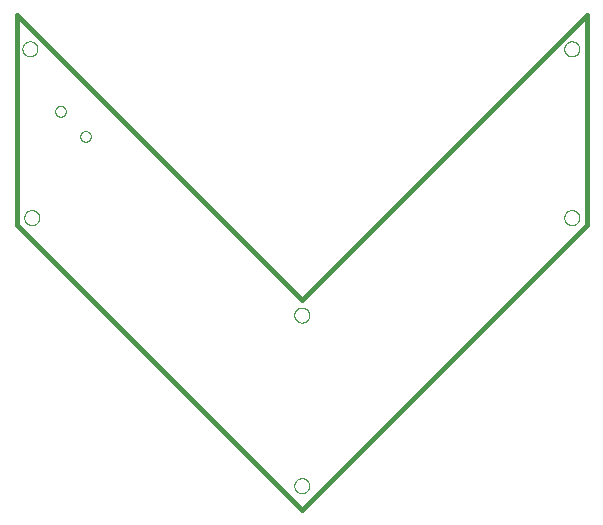
<source format=gko>
G75*
%MOIN*%
%OFA0B0*%
%FSLAX25Y25*%
%IPPOS*%
%LPD*%
%AMOC8*
5,1,8,0,0,1.08239X$1,22.5*
%
%ADD10C,0.00000*%
%ADD11C,0.01600*%
D10*
X0200833Y0081875D02*
X0200835Y0081974D01*
X0200841Y0082074D01*
X0200851Y0082173D01*
X0200865Y0082271D01*
X0200882Y0082369D01*
X0200904Y0082466D01*
X0200929Y0082562D01*
X0200958Y0082657D01*
X0200991Y0082751D01*
X0201028Y0082843D01*
X0201068Y0082934D01*
X0201112Y0083023D01*
X0201160Y0083111D01*
X0201211Y0083196D01*
X0201265Y0083279D01*
X0201322Y0083361D01*
X0201383Y0083439D01*
X0201447Y0083516D01*
X0201513Y0083589D01*
X0201583Y0083660D01*
X0201655Y0083728D01*
X0201730Y0083794D01*
X0201808Y0083856D01*
X0201888Y0083915D01*
X0201970Y0083971D01*
X0202054Y0084023D01*
X0202141Y0084072D01*
X0202229Y0084118D01*
X0202319Y0084160D01*
X0202411Y0084199D01*
X0202504Y0084234D01*
X0202598Y0084265D01*
X0202694Y0084292D01*
X0202791Y0084315D01*
X0202888Y0084335D01*
X0202986Y0084351D01*
X0203085Y0084363D01*
X0203184Y0084371D01*
X0203283Y0084375D01*
X0203383Y0084375D01*
X0203482Y0084371D01*
X0203581Y0084363D01*
X0203680Y0084351D01*
X0203778Y0084335D01*
X0203875Y0084315D01*
X0203972Y0084292D01*
X0204068Y0084265D01*
X0204162Y0084234D01*
X0204255Y0084199D01*
X0204347Y0084160D01*
X0204437Y0084118D01*
X0204525Y0084072D01*
X0204612Y0084023D01*
X0204696Y0083971D01*
X0204778Y0083915D01*
X0204858Y0083856D01*
X0204936Y0083794D01*
X0205011Y0083728D01*
X0205083Y0083660D01*
X0205153Y0083589D01*
X0205219Y0083516D01*
X0205283Y0083439D01*
X0205344Y0083361D01*
X0205401Y0083279D01*
X0205455Y0083196D01*
X0205506Y0083111D01*
X0205554Y0083023D01*
X0205598Y0082934D01*
X0205638Y0082843D01*
X0205675Y0082751D01*
X0205708Y0082657D01*
X0205737Y0082562D01*
X0205762Y0082466D01*
X0205784Y0082369D01*
X0205801Y0082271D01*
X0205815Y0082173D01*
X0205825Y0082074D01*
X0205831Y0081974D01*
X0205833Y0081875D01*
X0205831Y0081776D01*
X0205825Y0081676D01*
X0205815Y0081577D01*
X0205801Y0081479D01*
X0205784Y0081381D01*
X0205762Y0081284D01*
X0205737Y0081188D01*
X0205708Y0081093D01*
X0205675Y0080999D01*
X0205638Y0080907D01*
X0205598Y0080816D01*
X0205554Y0080727D01*
X0205506Y0080639D01*
X0205455Y0080554D01*
X0205401Y0080471D01*
X0205344Y0080389D01*
X0205283Y0080311D01*
X0205219Y0080234D01*
X0205153Y0080161D01*
X0205083Y0080090D01*
X0205011Y0080022D01*
X0204936Y0079956D01*
X0204858Y0079894D01*
X0204778Y0079835D01*
X0204696Y0079779D01*
X0204612Y0079727D01*
X0204525Y0079678D01*
X0204437Y0079632D01*
X0204347Y0079590D01*
X0204255Y0079551D01*
X0204162Y0079516D01*
X0204068Y0079485D01*
X0203972Y0079458D01*
X0203875Y0079435D01*
X0203778Y0079415D01*
X0203680Y0079399D01*
X0203581Y0079387D01*
X0203482Y0079379D01*
X0203383Y0079375D01*
X0203283Y0079375D01*
X0203184Y0079379D01*
X0203085Y0079387D01*
X0202986Y0079399D01*
X0202888Y0079415D01*
X0202791Y0079435D01*
X0202694Y0079458D01*
X0202598Y0079485D01*
X0202504Y0079516D01*
X0202411Y0079551D01*
X0202319Y0079590D01*
X0202229Y0079632D01*
X0202141Y0079678D01*
X0202054Y0079727D01*
X0201970Y0079779D01*
X0201888Y0079835D01*
X0201808Y0079894D01*
X0201730Y0079956D01*
X0201655Y0080022D01*
X0201583Y0080090D01*
X0201513Y0080161D01*
X0201447Y0080234D01*
X0201383Y0080311D01*
X0201322Y0080389D01*
X0201265Y0080471D01*
X0201211Y0080554D01*
X0201160Y0080639D01*
X0201112Y0080727D01*
X0201068Y0080816D01*
X0201028Y0080907D01*
X0200991Y0080999D01*
X0200958Y0081093D01*
X0200929Y0081188D01*
X0200904Y0081284D01*
X0200882Y0081381D01*
X0200865Y0081479D01*
X0200851Y0081577D01*
X0200841Y0081676D01*
X0200835Y0081776D01*
X0200833Y0081875D01*
X0200833Y0138750D02*
X0200835Y0138849D01*
X0200841Y0138949D01*
X0200851Y0139048D01*
X0200865Y0139146D01*
X0200882Y0139244D01*
X0200904Y0139341D01*
X0200929Y0139437D01*
X0200958Y0139532D01*
X0200991Y0139626D01*
X0201028Y0139718D01*
X0201068Y0139809D01*
X0201112Y0139898D01*
X0201160Y0139986D01*
X0201211Y0140071D01*
X0201265Y0140154D01*
X0201322Y0140236D01*
X0201383Y0140314D01*
X0201447Y0140391D01*
X0201513Y0140464D01*
X0201583Y0140535D01*
X0201655Y0140603D01*
X0201730Y0140669D01*
X0201808Y0140731D01*
X0201888Y0140790D01*
X0201970Y0140846D01*
X0202054Y0140898D01*
X0202141Y0140947D01*
X0202229Y0140993D01*
X0202319Y0141035D01*
X0202411Y0141074D01*
X0202504Y0141109D01*
X0202598Y0141140D01*
X0202694Y0141167D01*
X0202791Y0141190D01*
X0202888Y0141210D01*
X0202986Y0141226D01*
X0203085Y0141238D01*
X0203184Y0141246D01*
X0203283Y0141250D01*
X0203383Y0141250D01*
X0203482Y0141246D01*
X0203581Y0141238D01*
X0203680Y0141226D01*
X0203778Y0141210D01*
X0203875Y0141190D01*
X0203972Y0141167D01*
X0204068Y0141140D01*
X0204162Y0141109D01*
X0204255Y0141074D01*
X0204347Y0141035D01*
X0204437Y0140993D01*
X0204525Y0140947D01*
X0204612Y0140898D01*
X0204696Y0140846D01*
X0204778Y0140790D01*
X0204858Y0140731D01*
X0204936Y0140669D01*
X0205011Y0140603D01*
X0205083Y0140535D01*
X0205153Y0140464D01*
X0205219Y0140391D01*
X0205283Y0140314D01*
X0205344Y0140236D01*
X0205401Y0140154D01*
X0205455Y0140071D01*
X0205506Y0139986D01*
X0205554Y0139898D01*
X0205598Y0139809D01*
X0205638Y0139718D01*
X0205675Y0139626D01*
X0205708Y0139532D01*
X0205737Y0139437D01*
X0205762Y0139341D01*
X0205784Y0139244D01*
X0205801Y0139146D01*
X0205815Y0139048D01*
X0205825Y0138949D01*
X0205831Y0138849D01*
X0205833Y0138750D01*
X0205831Y0138651D01*
X0205825Y0138551D01*
X0205815Y0138452D01*
X0205801Y0138354D01*
X0205784Y0138256D01*
X0205762Y0138159D01*
X0205737Y0138063D01*
X0205708Y0137968D01*
X0205675Y0137874D01*
X0205638Y0137782D01*
X0205598Y0137691D01*
X0205554Y0137602D01*
X0205506Y0137514D01*
X0205455Y0137429D01*
X0205401Y0137346D01*
X0205344Y0137264D01*
X0205283Y0137186D01*
X0205219Y0137109D01*
X0205153Y0137036D01*
X0205083Y0136965D01*
X0205011Y0136897D01*
X0204936Y0136831D01*
X0204858Y0136769D01*
X0204778Y0136710D01*
X0204696Y0136654D01*
X0204612Y0136602D01*
X0204525Y0136553D01*
X0204437Y0136507D01*
X0204347Y0136465D01*
X0204255Y0136426D01*
X0204162Y0136391D01*
X0204068Y0136360D01*
X0203972Y0136333D01*
X0203875Y0136310D01*
X0203778Y0136290D01*
X0203680Y0136274D01*
X0203581Y0136262D01*
X0203482Y0136254D01*
X0203383Y0136250D01*
X0203283Y0136250D01*
X0203184Y0136254D01*
X0203085Y0136262D01*
X0202986Y0136274D01*
X0202888Y0136290D01*
X0202791Y0136310D01*
X0202694Y0136333D01*
X0202598Y0136360D01*
X0202504Y0136391D01*
X0202411Y0136426D01*
X0202319Y0136465D01*
X0202229Y0136507D01*
X0202141Y0136553D01*
X0202054Y0136602D01*
X0201970Y0136654D01*
X0201888Y0136710D01*
X0201808Y0136769D01*
X0201730Y0136831D01*
X0201655Y0136897D01*
X0201583Y0136965D01*
X0201513Y0137036D01*
X0201447Y0137109D01*
X0201383Y0137186D01*
X0201322Y0137264D01*
X0201265Y0137346D01*
X0201211Y0137429D01*
X0201160Y0137514D01*
X0201112Y0137602D01*
X0201068Y0137691D01*
X0201028Y0137782D01*
X0200991Y0137874D01*
X0200958Y0137968D01*
X0200929Y0138063D01*
X0200904Y0138159D01*
X0200882Y0138256D01*
X0200865Y0138354D01*
X0200851Y0138452D01*
X0200841Y0138551D01*
X0200835Y0138651D01*
X0200833Y0138750D01*
X0110833Y0171250D02*
X0110835Y0171349D01*
X0110841Y0171449D01*
X0110851Y0171548D01*
X0110865Y0171646D01*
X0110882Y0171744D01*
X0110904Y0171841D01*
X0110929Y0171937D01*
X0110958Y0172032D01*
X0110991Y0172126D01*
X0111028Y0172218D01*
X0111068Y0172309D01*
X0111112Y0172398D01*
X0111160Y0172486D01*
X0111211Y0172571D01*
X0111265Y0172654D01*
X0111322Y0172736D01*
X0111383Y0172814D01*
X0111447Y0172891D01*
X0111513Y0172964D01*
X0111583Y0173035D01*
X0111655Y0173103D01*
X0111730Y0173169D01*
X0111808Y0173231D01*
X0111888Y0173290D01*
X0111970Y0173346D01*
X0112054Y0173398D01*
X0112141Y0173447D01*
X0112229Y0173493D01*
X0112319Y0173535D01*
X0112411Y0173574D01*
X0112504Y0173609D01*
X0112598Y0173640D01*
X0112694Y0173667D01*
X0112791Y0173690D01*
X0112888Y0173710D01*
X0112986Y0173726D01*
X0113085Y0173738D01*
X0113184Y0173746D01*
X0113283Y0173750D01*
X0113383Y0173750D01*
X0113482Y0173746D01*
X0113581Y0173738D01*
X0113680Y0173726D01*
X0113778Y0173710D01*
X0113875Y0173690D01*
X0113972Y0173667D01*
X0114068Y0173640D01*
X0114162Y0173609D01*
X0114255Y0173574D01*
X0114347Y0173535D01*
X0114437Y0173493D01*
X0114525Y0173447D01*
X0114612Y0173398D01*
X0114696Y0173346D01*
X0114778Y0173290D01*
X0114858Y0173231D01*
X0114936Y0173169D01*
X0115011Y0173103D01*
X0115083Y0173035D01*
X0115153Y0172964D01*
X0115219Y0172891D01*
X0115283Y0172814D01*
X0115344Y0172736D01*
X0115401Y0172654D01*
X0115455Y0172571D01*
X0115506Y0172486D01*
X0115554Y0172398D01*
X0115598Y0172309D01*
X0115638Y0172218D01*
X0115675Y0172126D01*
X0115708Y0172032D01*
X0115737Y0171937D01*
X0115762Y0171841D01*
X0115784Y0171744D01*
X0115801Y0171646D01*
X0115815Y0171548D01*
X0115825Y0171449D01*
X0115831Y0171349D01*
X0115833Y0171250D01*
X0115831Y0171151D01*
X0115825Y0171051D01*
X0115815Y0170952D01*
X0115801Y0170854D01*
X0115784Y0170756D01*
X0115762Y0170659D01*
X0115737Y0170563D01*
X0115708Y0170468D01*
X0115675Y0170374D01*
X0115638Y0170282D01*
X0115598Y0170191D01*
X0115554Y0170102D01*
X0115506Y0170014D01*
X0115455Y0169929D01*
X0115401Y0169846D01*
X0115344Y0169764D01*
X0115283Y0169686D01*
X0115219Y0169609D01*
X0115153Y0169536D01*
X0115083Y0169465D01*
X0115011Y0169397D01*
X0114936Y0169331D01*
X0114858Y0169269D01*
X0114778Y0169210D01*
X0114696Y0169154D01*
X0114612Y0169102D01*
X0114525Y0169053D01*
X0114437Y0169007D01*
X0114347Y0168965D01*
X0114255Y0168926D01*
X0114162Y0168891D01*
X0114068Y0168860D01*
X0113972Y0168833D01*
X0113875Y0168810D01*
X0113778Y0168790D01*
X0113680Y0168774D01*
X0113581Y0168762D01*
X0113482Y0168754D01*
X0113383Y0168750D01*
X0113283Y0168750D01*
X0113184Y0168754D01*
X0113085Y0168762D01*
X0112986Y0168774D01*
X0112888Y0168790D01*
X0112791Y0168810D01*
X0112694Y0168833D01*
X0112598Y0168860D01*
X0112504Y0168891D01*
X0112411Y0168926D01*
X0112319Y0168965D01*
X0112229Y0169007D01*
X0112141Y0169053D01*
X0112054Y0169102D01*
X0111970Y0169154D01*
X0111888Y0169210D01*
X0111808Y0169269D01*
X0111730Y0169331D01*
X0111655Y0169397D01*
X0111583Y0169465D01*
X0111513Y0169536D01*
X0111447Y0169609D01*
X0111383Y0169686D01*
X0111322Y0169764D01*
X0111265Y0169846D01*
X0111211Y0169929D01*
X0111160Y0170014D01*
X0111112Y0170102D01*
X0111068Y0170191D01*
X0111028Y0170282D01*
X0110991Y0170374D01*
X0110958Y0170468D01*
X0110929Y0170563D01*
X0110904Y0170659D01*
X0110882Y0170756D01*
X0110865Y0170854D01*
X0110851Y0170952D01*
X0110841Y0171051D01*
X0110835Y0171151D01*
X0110833Y0171250D01*
X0129487Y0198324D02*
X0129489Y0198408D01*
X0129495Y0198491D01*
X0129505Y0198574D01*
X0129519Y0198657D01*
X0129536Y0198739D01*
X0129558Y0198820D01*
X0129583Y0198899D01*
X0129612Y0198978D01*
X0129645Y0199055D01*
X0129681Y0199130D01*
X0129721Y0199204D01*
X0129764Y0199276D01*
X0129811Y0199345D01*
X0129861Y0199412D01*
X0129914Y0199477D01*
X0129970Y0199539D01*
X0130028Y0199599D01*
X0130090Y0199656D01*
X0130154Y0199709D01*
X0130221Y0199760D01*
X0130290Y0199807D01*
X0130361Y0199852D01*
X0130434Y0199892D01*
X0130509Y0199929D01*
X0130586Y0199963D01*
X0130664Y0199993D01*
X0130743Y0200019D01*
X0130824Y0200042D01*
X0130906Y0200060D01*
X0130988Y0200075D01*
X0131071Y0200086D01*
X0131154Y0200093D01*
X0131238Y0200096D01*
X0131322Y0200095D01*
X0131405Y0200090D01*
X0131489Y0200081D01*
X0131571Y0200068D01*
X0131653Y0200052D01*
X0131734Y0200031D01*
X0131815Y0200007D01*
X0131893Y0199979D01*
X0131971Y0199947D01*
X0132047Y0199911D01*
X0132121Y0199872D01*
X0132193Y0199830D01*
X0132263Y0199784D01*
X0132331Y0199735D01*
X0132396Y0199683D01*
X0132459Y0199628D01*
X0132519Y0199570D01*
X0132577Y0199509D01*
X0132631Y0199445D01*
X0132683Y0199379D01*
X0132731Y0199311D01*
X0132776Y0199240D01*
X0132817Y0199167D01*
X0132856Y0199093D01*
X0132890Y0199017D01*
X0132921Y0198939D01*
X0132948Y0198860D01*
X0132972Y0198779D01*
X0132991Y0198698D01*
X0133007Y0198616D01*
X0133019Y0198533D01*
X0133027Y0198449D01*
X0133031Y0198366D01*
X0133031Y0198282D01*
X0133027Y0198199D01*
X0133019Y0198115D01*
X0133007Y0198032D01*
X0132991Y0197950D01*
X0132972Y0197869D01*
X0132948Y0197788D01*
X0132921Y0197709D01*
X0132890Y0197631D01*
X0132856Y0197555D01*
X0132817Y0197481D01*
X0132776Y0197408D01*
X0132731Y0197337D01*
X0132683Y0197269D01*
X0132631Y0197203D01*
X0132577Y0197139D01*
X0132519Y0197078D01*
X0132459Y0197020D01*
X0132396Y0196965D01*
X0132331Y0196913D01*
X0132263Y0196864D01*
X0132193Y0196818D01*
X0132121Y0196776D01*
X0132047Y0196737D01*
X0131971Y0196701D01*
X0131893Y0196669D01*
X0131815Y0196641D01*
X0131734Y0196617D01*
X0131653Y0196596D01*
X0131571Y0196580D01*
X0131489Y0196567D01*
X0131405Y0196558D01*
X0131322Y0196553D01*
X0131238Y0196552D01*
X0131154Y0196555D01*
X0131071Y0196562D01*
X0130988Y0196573D01*
X0130906Y0196588D01*
X0130824Y0196606D01*
X0130743Y0196629D01*
X0130664Y0196655D01*
X0130586Y0196685D01*
X0130509Y0196719D01*
X0130434Y0196756D01*
X0130361Y0196796D01*
X0130290Y0196841D01*
X0130221Y0196888D01*
X0130154Y0196939D01*
X0130090Y0196992D01*
X0130028Y0197049D01*
X0129970Y0197109D01*
X0129914Y0197171D01*
X0129861Y0197236D01*
X0129811Y0197303D01*
X0129764Y0197372D01*
X0129721Y0197444D01*
X0129681Y0197518D01*
X0129645Y0197593D01*
X0129612Y0197670D01*
X0129583Y0197749D01*
X0129558Y0197828D01*
X0129536Y0197909D01*
X0129519Y0197991D01*
X0129505Y0198074D01*
X0129495Y0198157D01*
X0129489Y0198240D01*
X0129487Y0198324D01*
X0121136Y0206676D02*
X0121138Y0206760D01*
X0121144Y0206843D01*
X0121154Y0206926D01*
X0121168Y0207009D01*
X0121185Y0207091D01*
X0121207Y0207172D01*
X0121232Y0207251D01*
X0121261Y0207330D01*
X0121294Y0207407D01*
X0121330Y0207482D01*
X0121370Y0207556D01*
X0121413Y0207628D01*
X0121460Y0207697D01*
X0121510Y0207764D01*
X0121563Y0207829D01*
X0121619Y0207891D01*
X0121677Y0207951D01*
X0121739Y0208008D01*
X0121803Y0208061D01*
X0121870Y0208112D01*
X0121939Y0208159D01*
X0122010Y0208204D01*
X0122083Y0208244D01*
X0122158Y0208281D01*
X0122235Y0208315D01*
X0122313Y0208345D01*
X0122392Y0208371D01*
X0122473Y0208394D01*
X0122555Y0208412D01*
X0122637Y0208427D01*
X0122720Y0208438D01*
X0122803Y0208445D01*
X0122887Y0208448D01*
X0122971Y0208447D01*
X0123054Y0208442D01*
X0123138Y0208433D01*
X0123220Y0208420D01*
X0123302Y0208404D01*
X0123383Y0208383D01*
X0123464Y0208359D01*
X0123542Y0208331D01*
X0123620Y0208299D01*
X0123696Y0208263D01*
X0123770Y0208224D01*
X0123842Y0208182D01*
X0123912Y0208136D01*
X0123980Y0208087D01*
X0124045Y0208035D01*
X0124108Y0207980D01*
X0124168Y0207922D01*
X0124226Y0207861D01*
X0124280Y0207797D01*
X0124332Y0207731D01*
X0124380Y0207663D01*
X0124425Y0207592D01*
X0124466Y0207519D01*
X0124505Y0207445D01*
X0124539Y0207369D01*
X0124570Y0207291D01*
X0124597Y0207212D01*
X0124621Y0207131D01*
X0124640Y0207050D01*
X0124656Y0206968D01*
X0124668Y0206885D01*
X0124676Y0206801D01*
X0124680Y0206718D01*
X0124680Y0206634D01*
X0124676Y0206551D01*
X0124668Y0206467D01*
X0124656Y0206384D01*
X0124640Y0206302D01*
X0124621Y0206221D01*
X0124597Y0206140D01*
X0124570Y0206061D01*
X0124539Y0205983D01*
X0124505Y0205907D01*
X0124466Y0205833D01*
X0124425Y0205760D01*
X0124380Y0205689D01*
X0124332Y0205621D01*
X0124280Y0205555D01*
X0124226Y0205491D01*
X0124168Y0205430D01*
X0124108Y0205372D01*
X0124045Y0205317D01*
X0123980Y0205265D01*
X0123912Y0205216D01*
X0123842Y0205170D01*
X0123770Y0205128D01*
X0123696Y0205089D01*
X0123620Y0205053D01*
X0123542Y0205021D01*
X0123464Y0204993D01*
X0123383Y0204969D01*
X0123302Y0204948D01*
X0123220Y0204932D01*
X0123138Y0204919D01*
X0123054Y0204910D01*
X0122971Y0204905D01*
X0122887Y0204904D01*
X0122803Y0204907D01*
X0122720Y0204914D01*
X0122637Y0204925D01*
X0122555Y0204940D01*
X0122473Y0204958D01*
X0122392Y0204981D01*
X0122313Y0205007D01*
X0122235Y0205037D01*
X0122158Y0205071D01*
X0122083Y0205108D01*
X0122010Y0205148D01*
X0121939Y0205193D01*
X0121870Y0205240D01*
X0121803Y0205291D01*
X0121739Y0205344D01*
X0121677Y0205401D01*
X0121619Y0205461D01*
X0121563Y0205523D01*
X0121510Y0205588D01*
X0121460Y0205655D01*
X0121413Y0205724D01*
X0121370Y0205796D01*
X0121330Y0205870D01*
X0121294Y0205945D01*
X0121261Y0206022D01*
X0121232Y0206101D01*
X0121207Y0206180D01*
X0121185Y0206261D01*
X0121168Y0206343D01*
X0121154Y0206426D01*
X0121144Y0206509D01*
X0121138Y0206592D01*
X0121136Y0206676D01*
X0110208Y0227500D02*
X0110210Y0227599D01*
X0110216Y0227699D01*
X0110226Y0227798D01*
X0110240Y0227896D01*
X0110257Y0227994D01*
X0110279Y0228091D01*
X0110304Y0228187D01*
X0110333Y0228282D01*
X0110366Y0228376D01*
X0110403Y0228468D01*
X0110443Y0228559D01*
X0110487Y0228648D01*
X0110535Y0228736D01*
X0110586Y0228821D01*
X0110640Y0228904D01*
X0110697Y0228986D01*
X0110758Y0229064D01*
X0110822Y0229141D01*
X0110888Y0229214D01*
X0110958Y0229285D01*
X0111030Y0229353D01*
X0111105Y0229419D01*
X0111183Y0229481D01*
X0111263Y0229540D01*
X0111345Y0229596D01*
X0111429Y0229648D01*
X0111516Y0229697D01*
X0111604Y0229743D01*
X0111694Y0229785D01*
X0111786Y0229824D01*
X0111879Y0229859D01*
X0111973Y0229890D01*
X0112069Y0229917D01*
X0112166Y0229940D01*
X0112263Y0229960D01*
X0112361Y0229976D01*
X0112460Y0229988D01*
X0112559Y0229996D01*
X0112658Y0230000D01*
X0112758Y0230000D01*
X0112857Y0229996D01*
X0112956Y0229988D01*
X0113055Y0229976D01*
X0113153Y0229960D01*
X0113250Y0229940D01*
X0113347Y0229917D01*
X0113443Y0229890D01*
X0113537Y0229859D01*
X0113630Y0229824D01*
X0113722Y0229785D01*
X0113812Y0229743D01*
X0113900Y0229697D01*
X0113987Y0229648D01*
X0114071Y0229596D01*
X0114153Y0229540D01*
X0114233Y0229481D01*
X0114311Y0229419D01*
X0114386Y0229353D01*
X0114458Y0229285D01*
X0114528Y0229214D01*
X0114594Y0229141D01*
X0114658Y0229064D01*
X0114719Y0228986D01*
X0114776Y0228904D01*
X0114830Y0228821D01*
X0114881Y0228736D01*
X0114929Y0228648D01*
X0114973Y0228559D01*
X0115013Y0228468D01*
X0115050Y0228376D01*
X0115083Y0228282D01*
X0115112Y0228187D01*
X0115137Y0228091D01*
X0115159Y0227994D01*
X0115176Y0227896D01*
X0115190Y0227798D01*
X0115200Y0227699D01*
X0115206Y0227599D01*
X0115208Y0227500D01*
X0115206Y0227401D01*
X0115200Y0227301D01*
X0115190Y0227202D01*
X0115176Y0227104D01*
X0115159Y0227006D01*
X0115137Y0226909D01*
X0115112Y0226813D01*
X0115083Y0226718D01*
X0115050Y0226624D01*
X0115013Y0226532D01*
X0114973Y0226441D01*
X0114929Y0226352D01*
X0114881Y0226264D01*
X0114830Y0226179D01*
X0114776Y0226096D01*
X0114719Y0226014D01*
X0114658Y0225936D01*
X0114594Y0225859D01*
X0114528Y0225786D01*
X0114458Y0225715D01*
X0114386Y0225647D01*
X0114311Y0225581D01*
X0114233Y0225519D01*
X0114153Y0225460D01*
X0114071Y0225404D01*
X0113987Y0225352D01*
X0113900Y0225303D01*
X0113812Y0225257D01*
X0113722Y0225215D01*
X0113630Y0225176D01*
X0113537Y0225141D01*
X0113443Y0225110D01*
X0113347Y0225083D01*
X0113250Y0225060D01*
X0113153Y0225040D01*
X0113055Y0225024D01*
X0112956Y0225012D01*
X0112857Y0225004D01*
X0112758Y0225000D01*
X0112658Y0225000D01*
X0112559Y0225004D01*
X0112460Y0225012D01*
X0112361Y0225024D01*
X0112263Y0225040D01*
X0112166Y0225060D01*
X0112069Y0225083D01*
X0111973Y0225110D01*
X0111879Y0225141D01*
X0111786Y0225176D01*
X0111694Y0225215D01*
X0111604Y0225257D01*
X0111516Y0225303D01*
X0111429Y0225352D01*
X0111345Y0225404D01*
X0111263Y0225460D01*
X0111183Y0225519D01*
X0111105Y0225581D01*
X0111030Y0225647D01*
X0110958Y0225715D01*
X0110888Y0225786D01*
X0110822Y0225859D01*
X0110758Y0225936D01*
X0110697Y0226014D01*
X0110640Y0226096D01*
X0110586Y0226179D01*
X0110535Y0226264D01*
X0110487Y0226352D01*
X0110443Y0226441D01*
X0110403Y0226532D01*
X0110366Y0226624D01*
X0110333Y0226718D01*
X0110304Y0226813D01*
X0110279Y0226909D01*
X0110257Y0227006D01*
X0110240Y0227104D01*
X0110226Y0227202D01*
X0110216Y0227301D01*
X0110210Y0227401D01*
X0110208Y0227500D01*
X0290833Y0227500D02*
X0290835Y0227599D01*
X0290841Y0227699D01*
X0290851Y0227798D01*
X0290865Y0227896D01*
X0290882Y0227994D01*
X0290904Y0228091D01*
X0290929Y0228187D01*
X0290958Y0228282D01*
X0290991Y0228376D01*
X0291028Y0228468D01*
X0291068Y0228559D01*
X0291112Y0228648D01*
X0291160Y0228736D01*
X0291211Y0228821D01*
X0291265Y0228904D01*
X0291322Y0228986D01*
X0291383Y0229064D01*
X0291447Y0229141D01*
X0291513Y0229214D01*
X0291583Y0229285D01*
X0291655Y0229353D01*
X0291730Y0229419D01*
X0291808Y0229481D01*
X0291888Y0229540D01*
X0291970Y0229596D01*
X0292054Y0229648D01*
X0292141Y0229697D01*
X0292229Y0229743D01*
X0292319Y0229785D01*
X0292411Y0229824D01*
X0292504Y0229859D01*
X0292598Y0229890D01*
X0292694Y0229917D01*
X0292791Y0229940D01*
X0292888Y0229960D01*
X0292986Y0229976D01*
X0293085Y0229988D01*
X0293184Y0229996D01*
X0293283Y0230000D01*
X0293383Y0230000D01*
X0293482Y0229996D01*
X0293581Y0229988D01*
X0293680Y0229976D01*
X0293778Y0229960D01*
X0293875Y0229940D01*
X0293972Y0229917D01*
X0294068Y0229890D01*
X0294162Y0229859D01*
X0294255Y0229824D01*
X0294347Y0229785D01*
X0294437Y0229743D01*
X0294525Y0229697D01*
X0294612Y0229648D01*
X0294696Y0229596D01*
X0294778Y0229540D01*
X0294858Y0229481D01*
X0294936Y0229419D01*
X0295011Y0229353D01*
X0295083Y0229285D01*
X0295153Y0229214D01*
X0295219Y0229141D01*
X0295283Y0229064D01*
X0295344Y0228986D01*
X0295401Y0228904D01*
X0295455Y0228821D01*
X0295506Y0228736D01*
X0295554Y0228648D01*
X0295598Y0228559D01*
X0295638Y0228468D01*
X0295675Y0228376D01*
X0295708Y0228282D01*
X0295737Y0228187D01*
X0295762Y0228091D01*
X0295784Y0227994D01*
X0295801Y0227896D01*
X0295815Y0227798D01*
X0295825Y0227699D01*
X0295831Y0227599D01*
X0295833Y0227500D01*
X0295831Y0227401D01*
X0295825Y0227301D01*
X0295815Y0227202D01*
X0295801Y0227104D01*
X0295784Y0227006D01*
X0295762Y0226909D01*
X0295737Y0226813D01*
X0295708Y0226718D01*
X0295675Y0226624D01*
X0295638Y0226532D01*
X0295598Y0226441D01*
X0295554Y0226352D01*
X0295506Y0226264D01*
X0295455Y0226179D01*
X0295401Y0226096D01*
X0295344Y0226014D01*
X0295283Y0225936D01*
X0295219Y0225859D01*
X0295153Y0225786D01*
X0295083Y0225715D01*
X0295011Y0225647D01*
X0294936Y0225581D01*
X0294858Y0225519D01*
X0294778Y0225460D01*
X0294696Y0225404D01*
X0294612Y0225352D01*
X0294525Y0225303D01*
X0294437Y0225257D01*
X0294347Y0225215D01*
X0294255Y0225176D01*
X0294162Y0225141D01*
X0294068Y0225110D01*
X0293972Y0225083D01*
X0293875Y0225060D01*
X0293778Y0225040D01*
X0293680Y0225024D01*
X0293581Y0225012D01*
X0293482Y0225004D01*
X0293383Y0225000D01*
X0293283Y0225000D01*
X0293184Y0225004D01*
X0293085Y0225012D01*
X0292986Y0225024D01*
X0292888Y0225040D01*
X0292791Y0225060D01*
X0292694Y0225083D01*
X0292598Y0225110D01*
X0292504Y0225141D01*
X0292411Y0225176D01*
X0292319Y0225215D01*
X0292229Y0225257D01*
X0292141Y0225303D01*
X0292054Y0225352D01*
X0291970Y0225404D01*
X0291888Y0225460D01*
X0291808Y0225519D01*
X0291730Y0225581D01*
X0291655Y0225647D01*
X0291583Y0225715D01*
X0291513Y0225786D01*
X0291447Y0225859D01*
X0291383Y0225936D01*
X0291322Y0226014D01*
X0291265Y0226096D01*
X0291211Y0226179D01*
X0291160Y0226264D01*
X0291112Y0226352D01*
X0291068Y0226441D01*
X0291028Y0226532D01*
X0290991Y0226624D01*
X0290958Y0226718D01*
X0290929Y0226813D01*
X0290904Y0226909D01*
X0290882Y0227006D01*
X0290865Y0227104D01*
X0290851Y0227202D01*
X0290841Y0227301D01*
X0290835Y0227401D01*
X0290833Y0227500D01*
X0290833Y0171250D02*
X0290835Y0171349D01*
X0290841Y0171449D01*
X0290851Y0171548D01*
X0290865Y0171646D01*
X0290882Y0171744D01*
X0290904Y0171841D01*
X0290929Y0171937D01*
X0290958Y0172032D01*
X0290991Y0172126D01*
X0291028Y0172218D01*
X0291068Y0172309D01*
X0291112Y0172398D01*
X0291160Y0172486D01*
X0291211Y0172571D01*
X0291265Y0172654D01*
X0291322Y0172736D01*
X0291383Y0172814D01*
X0291447Y0172891D01*
X0291513Y0172964D01*
X0291583Y0173035D01*
X0291655Y0173103D01*
X0291730Y0173169D01*
X0291808Y0173231D01*
X0291888Y0173290D01*
X0291970Y0173346D01*
X0292054Y0173398D01*
X0292141Y0173447D01*
X0292229Y0173493D01*
X0292319Y0173535D01*
X0292411Y0173574D01*
X0292504Y0173609D01*
X0292598Y0173640D01*
X0292694Y0173667D01*
X0292791Y0173690D01*
X0292888Y0173710D01*
X0292986Y0173726D01*
X0293085Y0173738D01*
X0293184Y0173746D01*
X0293283Y0173750D01*
X0293383Y0173750D01*
X0293482Y0173746D01*
X0293581Y0173738D01*
X0293680Y0173726D01*
X0293778Y0173710D01*
X0293875Y0173690D01*
X0293972Y0173667D01*
X0294068Y0173640D01*
X0294162Y0173609D01*
X0294255Y0173574D01*
X0294347Y0173535D01*
X0294437Y0173493D01*
X0294525Y0173447D01*
X0294612Y0173398D01*
X0294696Y0173346D01*
X0294778Y0173290D01*
X0294858Y0173231D01*
X0294936Y0173169D01*
X0295011Y0173103D01*
X0295083Y0173035D01*
X0295153Y0172964D01*
X0295219Y0172891D01*
X0295283Y0172814D01*
X0295344Y0172736D01*
X0295401Y0172654D01*
X0295455Y0172571D01*
X0295506Y0172486D01*
X0295554Y0172398D01*
X0295598Y0172309D01*
X0295638Y0172218D01*
X0295675Y0172126D01*
X0295708Y0172032D01*
X0295737Y0171937D01*
X0295762Y0171841D01*
X0295784Y0171744D01*
X0295801Y0171646D01*
X0295815Y0171548D01*
X0295825Y0171449D01*
X0295831Y0171349D01*
X0295833Y0171250D01*
X0295831Y0171151D01*
X0295825Y0171051D01*
X0295815Y0170952D01*
X0295801Y0170854D01*
X0295784Y0170756D01*
X0295762Y0170659D01*
X0295737Y0170563D01*
X0295708Y0170468D01*
X0295675Y0170374D01*
X0295638Y0170282D01*
X0295598Y0170191D01*
X0295554Y0170102D01*
X0295506Y0170014D01*
X0295455Y0169929D01*
X0295401Y0169846D01*
X0295344Y0169764D01*
X0295283Y0169686D01*
X0295219Y0169609D01*
X0295153Y0169536D01*
X0295083Y0169465D01*
X0295011Y0169397D01*
X0294936Y0169331D01*
X0294858Y0169269D01*
X0294778Y0169210D01*
X0294696Y0169154D01*
X0294612Y0169102D01*
X0294525Y0169053D01*
X0294437Y0169007D01*
X0294347Y0168965D01*
X0294255Y0168926D01*
X0294162Y0168891D01*
X0294068Y0168860D01*
X0293972Y0168833D01*
X0293875Y0168810D01*
X0293778Y0168790D01*
X0293680Y0168774D01*
X0293581Y0168762D01*
X0293482Y0168754D01*
X0293383Y0168750D01*
X0293283Y0168750D01*
X0293184Y0168754D01*
X0293085Y0168762D01*
X0292986Y0168774D01*
X0292888Y0168790D01*
X0292791Y0168810D01*
X0292694Y0168833D01*
X0292598Y0168860D01*
X0292504Y0168891D01*
X0292411Y0168926D01*
X0292319Y0168965D01*
X0292229Y0169007D01*
X0292141Y0169053D01*
X0292054Y0169102D01*
X0291970Y0169154D01*
X0291888Y0169210D01*
X0291808Y0169269D01*
X0291730Y0169331D01*
X0291655Y0169397D01*
X0291583Y0169465D01*
X0291513Y0169536D01*
X0291447Y0169609D01*
X0291383Y0169686D01*
X0291322Y0169764D01*
X0291265Y0169846D01*
X0291211Y0169929D01*
X0291160Y0170014D01*
X0291112Y0170102D01*
X0291068Y0170191D01*
X0291028Y0170282D01*
X0290991Y0170374D01*
X0290958Y0170468D01*
X0290929Y0170563D01*
X0290904Y0170659D01*
X0290882Y0170756D01*
X0290865Y0170854D01*
X0290851Y0170952D01*
X0290841Y0171051D01*
X0290835Y0171151D01*
X0290833Y0171250D01*
D11*
X0203333Y0073750D02*
X0108333Y0168750D01*
X0108333Y0238750D01*
X0203333Y0143750D01*
X0298333Y0238750D01*
X0298333Y0168750D01*
X0203333Y0073750D01*
M02*

</source>
